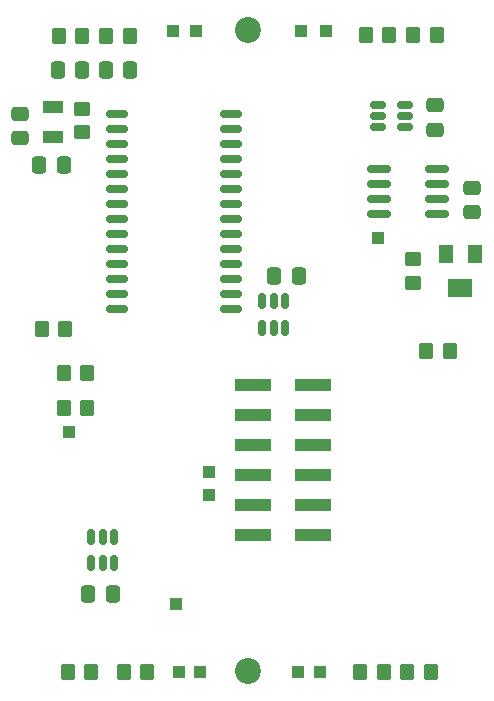
<source format=gbr>
%TF.GenerationSoftware,KiCad,Pcbnew,7.0.7*%
%TF.CreationDate,2024-04-02T12:31:12-04:00*%
%TF.ProjectId,module_pcb_thermal_mockup_v3.5,6d6f6475-6c65-45f7-9063-625f74686572,rev?*%
%TF.SameCoordinates,Original*%
%TF.FileFunction,Soldermask,Bot*%
%TF.FilePolarity,Negative*%
%FSLAX46Y46*%
G04 Gerber Fmt 4.6, Leading zero omitted, Abs format (unit mm)*
G04 Created by KiCad (PCBNEW 7.0.7) date 2024-04-02 12:31:12*
%MOMM*%
%LPD*%
G01*
G04 APERTURE LIST*
G04 Aperture macros list*
%AMRoundRect*
0 Rectangle with rounded corners*
0 $1 Rounding radius*
0 $2 $3 $4 $5 $6 $7 $8 $9 X,Y pos of 4 corners*
0 Add a 4 corners polygon primitive as box body*
4,1,4,$2,$3,$4,$5,$6,$7,$8,$9,$2,$3,0*
0 Add four circle primitives for the rounded corners*
1,1,$1+$1,$2,$3*
1,1,$1+$1,$4,$5*
1,1,$1+$1,$6,$7*
1,1,$1+$1,$8,$9*
0 Add four rect primitives between the rounded corners*
20,1,$1+$1,$2,$3,$4,$5,0*
20,1,$1+$1,$4,$5,$6,$7,0*
20,1,$1+$1,$6,$7,$8,$9,0*
20,1,$1+$1,$8,$9,$2,$3,0*%
G04 Aperture macros list end*
%ADD10C,2.200000*%
%ADD11RoundRect,0.150000X0.825000X0.150000X-0.825000X0.150000X-0.825000X-0.150000X0.825000X-0.150000X0*%
%ADD12R,3.150000X1.000000*%
%ADD13R,1.000000X1.000000*%
%ADD14RoundRect,0.150000X0.512500X0.150000X-0.512500X0.150000X-0.512500X-0.150000X0.512500X-0.150000X0*%
%ADD15RoundRect,0.250000X0.337500X0.475000X-0.337500X0.475000X-0.337500X-0.475000X0.337500X-0.475000X0*%
%ADD16RoundRect,0.250000X-0.450000X0.350000X-0.450000X-0.350000X0.450000X-0.350000X0.450000X0.350000X0*%
%ADD17RoundRect,0.250000X0.350000X0.450000X-0.350000X0.450000X-0.350000X-0.450000X0.350000X-0.450000X0*%
%ADD18R,1.800000X1.000000*%
%ADD19RoundRect,0.250000X-0.475000X0.337500X-0.475000X-0.337500X0.475000X-0.337500X0.475000X0.337500X0*%
%ADD20RoundRect,0.150000X-0.150000X0.512500X-0.150000X-0.512500X0.150000X-0.512500X0.150000X0.512500X0*%
%ADD21RoundRect,0.250000X-0.350000X-0.450000X0.350000X-0.450000X0.350000X0.450000X-0.350000X0.450000X0*%
%ADD22RoundRect,0.150000X0.150000X-0.512500X0.150000X0.512500X-0.150000X0.512500X-0.150000X-0.512500X0*%
%ADD23RoundRect,0.250000X-0.337500X-0.475000X0.337500X-0.475000X0.337500X0.475000X-0.337500X0.475000X0*%
%ADD24RoundRect,0.150000X0.750000X0.150000X-0.750000X0.150000X-0.750000X-0.150000X0.750000X-0.150000X0*%
%ADD25R,1.300000X1.600000*%
%ADD26R,2.000000X1.600000*%
G04 APERTURE END LIST*
D10*
%TO.C,REF\u002A\u002A*%
X22050000Y-55900000D03*
%TD*%
%TO.C,REF\u002A\u002A*%
X22050000Y-1600000D03*
%TD*%
D11*
%TO.C,U6*%
X38035000Y-13335000D03*
X38035000Y-14605000D03*
X38035000Y-15875000D03*
X38035000Y-17145000D03*
X33085000Y-17145000D03*
X33085000Y-15875000D03*
X33085000Y-14605000D03*
X33085000Y-13335000D03*
%TD*%
D12*
%TO.C,J1*%
X27500000Y-31670000D03*
X22450000Y-31670000D03*
X27500000Y-34210000D03*
X22450000Y-34210000D03*
X27500000Y-36750000D03*
X22450000Y-36750000D03*
X27500000Y-39290000D03*
X22450000Y-39290000D03*
X27500000Y-41830000D03*
X22450000Y-41830000D03*
X27500000Y-44370000D03*
X22450000Y-44370000D03*
%TD*%
D13*
%TO.C,5V*%
X18700000Y-39000000D03*
%TD*%
%TO.C,E3*%
X15700000Y-1700000D03*
%TD*%
D14*
%TO.C,U7*%
X35297500Y-7930000D03*
X35297500Y-8880000D03*
X35297500Y-9830000D03*
X33022500Y-9830000D03*
X33022500Y-8880000D03*
X33022500Y-7930000D03*
%TD*%
D15*
%TO.C,C8*%
X10567500Y-49340000D03*
X8492500Y-49340000D03*
%TD*%
D13*
%TO.C,L4*%
X28650000Y-1700000D03*
%TD*%
D16*
%TO.C,R13*%
X36000000Y-21000000D03*
X36000000Y-23000000D03*
%TD*%
D17*
%TO.C,R7*%
X33500000Y-56000000D03*
X31500000Y-56000000D03*
%TD*%
D15*
%TO.C,C2*%
X7975329Y-5000000D03*
X5900329Y-5000000D03*
%TD*%
D18*
%TO.C,Y1*%
X5500000Y-10650000D03*
X5500000Y-8150000D03*
%TD*%
D17*
%TO.C,R9*%
X12000000Y-2100000D03*
X10000000Y-2100000D03*
%TD*%
D15*
%TO.C,C3*%
X12037500Y-5000000D03*
X9962500Y-5000000D03*
%TD*%
D19*
%TO.C,C1*%
X41000000Y-14962500D03*
X41000000Y-17037500D03*
%TD*%
D13*
%TO.C,GND*%
X18700000Y-41000000D03*
%TD*%
D17*
%TO.C,R5*%
X8750000Y-56000000D03*
X6750000Y-56000000D03*
%TD*%
D20*
%TO.C,U8*%
X23250000Y-24582500D03*
X24200000Y-24582500D03*
X25150000Y-24582500D03*
X25150000Y-26857500D03*
X24200000Y-26857500D03*
X23250000Y-26857500D03*
%TD*%
D19*
%TO.C,C6*%
X37870000Y-7972500D03*
X37870000Y-10047500D03*
%TD*%
D21*
%TO.C,JMPR2*%
X37100000Y-28800000D03*
X39100000Y-28800000D03*
%TD*%
D19*
%TO.C,C4*%
X2750000Y-8712500D03*
X2750000Y-10787500D03*
%TD*%
D13*
%TO.C,L1*%
X16150000Y-56000000D03*
%TD*%
D16*
%TO.C,R14*%
X8000000Y-8250000D03*
X8000000Y-10250000D03*
%TD*%
D21*
%TO.C,JMPR1*%
X4550000Y-26940000D03*
X6550000Y-26940000D03*
%TD*%
D22*
%TO.C,U9*%
X10670000Y-46767500D03*
X9720000Y-46767500D03*
X8770000Y-46767500D03*
X8770000Y-44492500D03*
X9720000Y-44492500D03*
X10670000Y-44492500D03*
%TD*%
D13*
%TO.C,E4*%
X26500000Y-1700000D03*
%TD*%
D17*
%TO.C,R3*%
X8430000Y-33620000D03*
X6430000Y-33620000D03*
%TD*%
D13*
%TO.C,L3*%
X17600000Y-1700000D03*
%TD*%
D17*
%TO.C,R10*%
X8000000Y-2100000D03*
X6000000Y-2100000D03*
%TD*%
D13*
%TO.C,E1*%
X18000000Y-56000000D03*
%TD*%
D17*
%TO.C,R12*%
X34000000Y-2000000D03*
X32000000Y-2000000D03*
%TD*%
%TO.C,R6*%
X13500000Y-56000000D03*
X11500000Y-56000000D03*
%TD*%
%TO.C,R4*%
X8430000Y-30620000D03*
X6430000Y-30620000D03*
%TD*%
D15*
%TO.C,C5*%
X6437500Y-13010000D03*
X4362500Y-13010000D03*
%TD*%
D13*
%TO.C,L2*%
X26250000Y-56000000D03*
%TD*%
D23*
%TO.C,C7*%
X24242500Y-22460000D03*
X26317500Y-22460000D03*
%TD*%
D13*
%TO.C,2.5V*%
X33060000Y-19220000D03*
%TD*%
%TO.C,E2*%
X28100000Y-56000000D03*
%TD*%
%TO.C,VCC*%
X15940000Y-50170000D03*
%TD*%
%TO.C,V_{ref}*%
X6880000Y-35620000D03*
%TD*%
D24*
%TO.C,U5*%
X20550000Y-8745000D03*
X20550000Y-10015000D03*
X20550000Y-11285000D03*
X20550000Y-12555000D03*
X20550000Y-13825000D03*
X20550000Y-15095000D03*
X20550000Y-16365000D03*
X20550000Y-17635000D03*
X20550000Y-18905000D03*
X20550000Y-20175000D03*
X20550000Y-21445000D03*
X20550000Y-22715000D03*
X20550000Y-23985000D03*
X20550000Y-25255000D03*
X10950000Y-25255000D03*
X10950000Y-23985000D03*
X10950000Y-22715000D03*
X10950000Y-21445000D03*
X10950000Y-20175000D03*
X10950000Y-18905000D03*
X10950000Y-17635000D03*
X10950000Y-16365000D03*
X10950000Y-15095000D03*
X10950000Y-13825000D03*
X10950000Y-12555000D03*
X10950000Y-11285000D03*
X10950000Y-10015000D03*
X10950000Y-8745000D03*
%TD*%
D25*
%TO.C,RV1*%
X38750000Y-20550000D03*
D26*
X40000000Y-23450000D03*
D25*
X41250000Y-20550000D03*
%TD*%
D17*
%TO.C,R11*%
X38000000Y-2000000D03*
X36000000Y-2000000D03*
%TD*%
%TO.C,R8*%
X37500000Y-56000000D03*
X35500000Y-56000000D03*
%TD*%
M02*

</source>
